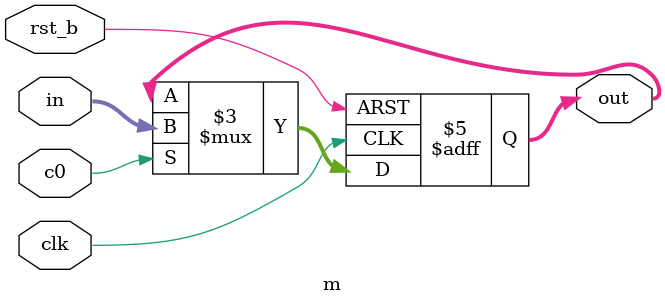
<source format=v>
module m (
    input clk, rst_b, c0,
    input [7:0] in,
    output reg [7:0] out
);
    always @(posedge clk, negedge rst_b)
        if(!rst_b)  out <= 0;
        else if(c0) out <= in;
endmodule

</source>
